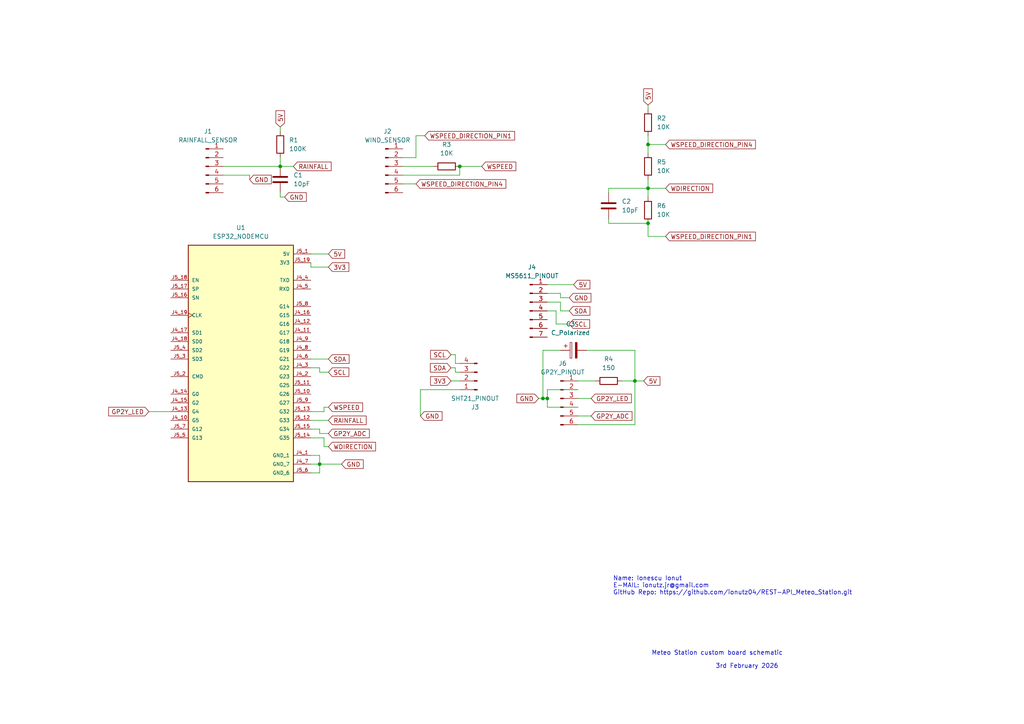
<source format=kicad_sch>
(kicad_sch (version 20250114) (generator "eeschema") (generator_version "9.0")
  (paper "A4")
  (lib_symbols
    (symbol "Connector:Conn_01x04_Pin" (pin_names (offset 1.016) (hide yes))
      (property "Reference" "J" (at 0 5.08 0))
      (property "Value" "Conn_01x04_Pin" (at 0 -7.62 0))
      (symbol "Conn_01x04_Pin_1_1"
        (rectangle (start 0.8636 2.667) (end 0 2.413) (stroke (width 0.1524)) (fill (type outline)))
        (rectangle (start 0.8636 0.127) (end 0 -0.127) (stroke (width 0.1524)) (fill (type outline)))
        (rectangle (start 0.8636 -2.413) (end 0 -2.667) (stroke (width 0.1524)) (fill (type outline)))
        (rectangle (start 0.8636 -4.953) (end 0 -5.207) (stroke (width 0.1524)) (fill (type outline)))
        (polyline (pts (xy 1.27 2.54) (xy 0.8636 2.54)) (stroke (width 0.1524)))
        (polyline (pts (xy 1.27 0) (xy 0.8636 0)) (stroke (width 0.1524)))
        (polyline (pts (xy 1.27 -2.54) (xy 0.8636 -2.54)) (stroke (width 0.1524)))
        (polyline (pts (xy 1.27 -5.08) (xy 0.8636 -5.08)) (stroke (width 0.1524)))
        (pin passive line (at 5.08 2.54 180) (length 3.81) (name "Pin_1") (number "1"))
        (pin passive line (at 5.08 0 180) (length 3.81) (name "Pin_2") (number "2"))
        (pin passive line (at 5.08 -2.54 180) (length 3.81) (name "Pin_3") (number "3"))
        (pin passive line (at 5.08 -5.08 180) (length 3.81) (name "Pin_4") (number "4"))
      )
    )
    (symbol "Connector:Conn_01x06_Pin" (pin_names (offset 1.016) (hide yes))
      (property "Reference" "J" (at 0 7.62 0))
      (property "Value" "Conn_01x06_Pin" (at 0 -10.16 0))
      (symbol "Conn_01x06_Pin_1_1"
        (rectangle (start 0.8636 5.207) (end 0 4.953) (stroke (width 0.1524)) (fill (type outline)))
        (rectangle (start 0.8636 2.667) (end 0 2.413) (stroke (width 0.1524)) (fill (type outline)))
        (rectangle (start 0.8636 0.127) (end 0 -0.127) (stroke (width 0.1524)) (fill (type outline)))
        (rectangle (start 0.8636 -2.413) (end 0 -2.667) (stroke (width 0.1524)) (fill (type outline)))
        (rectangle (start 0.8636 -4.953) (end 0 -5.207) (stroke (width 0.1524)) (fill (type outline)))
        (rectangle (start 0.8636 -7.493) (end 0 -7.747) (stroke (width 0.1524)) (fill (type outline)))
        (polyline (pts (xy 1.27 5.08) (xy 0.8636 5.08)) (stroke (width 0.1524)))
        (polyline (pts (xy 1.27 2.54) (xy 0.8636 2.54)) (stroke (width 0.1524)))
        (polyline (pts (xy 1.27 0) (xy 0.8636 0)) (stroke (width 0.1524)))
        (polyline (pts (xy 1.27 -2.54) (xy 0.8636 -2.54)) (stroke (width 0.1524)))
        (polyline (pts (xy 1.27 -5.08) (xy 0.8636 -5.08)) (stroke (width 0.1524)))
        (polyline (pts (xy 1.27 -7.62) (xy 0.8636 -7.62)) (stroke (width 0.1524)))
        (pin passive line (at 5.08 5.08 180) (length 3.81) (name "Pin_1") (number "1"))
        (pin passive line (at 5.08 2.54 180) (length 3.81) (name "Pin_2") (number "2"))
        (pin passive line (at 5.08 0 180) (length 3.81) (name "Pin_3") (number "3"))
        (pin passive line (at 5.08 -2.54 180) (length 3.81) (name "Pin_4") (number "4"))
        (pin passive line (at 5.08 -5.08 180) (length 3.81) (name "Pin_5") (number "5"))
        (pin passive line (at 5.08 -7.62 180) (length 3.81) (name "Pin_6") (number "6"))
      )
    )
    (symbol "Connector:Conn_01x07_Pin" (pin_names (offset 1.016) (hide yes))
      (property "Reference" "J" (at 0 10.16 0))
      (property "Value" "Conn_01x07_Pin" (at 0 -10.16 0))
      (symbol "Conn_01x07_Pin_1_1"
        (rectangle (start 0.8636 7.747) (end 0 7.493) (stroke (width 0.1524)) (fill (type outline)))
        (rectangle (start 0.8636 5.207) (end 0 4.953) (stroke (width 0.1524)) (fill (type outline)))
        (rectangle (start 0.8636 2.667) (end 0 2.413) (stroke (width 0.1524)) (fill (type outline)))
        (rectangle (start 0.8636 0.127) (end 0 -0.127) (stroke (width 0.1524)) (fill (type outline)))
        (rectangle (start 0.8636 -2.413) (end 0 -2.667) (stroke (width 0.1524)) (fill (type outline)))
        (rectangle (start 0.8636 -4.953) (end 0 -5.207) (stroke (width 0.1524)) (fill (type outline)))
        (rectangle (start 0.8636 -7.493) (end 0 -7.747) (stroke (width 0.1524)) (fill (type outline)))
        (polyline (pts (xy 1.27 7.62) (xy 0.8636 7.62)) (stroke (width 0.1524)))
        (polyline (pts (xy 1.27 5.08) (xy 0.8636 5.08)) (stroke (width 0.1524)))
        (polyline (pts (xy 1.27 2.54) (xy 0.8636 2.54)) (stroke (width 0.1524)))
        (polyline (pts (xy 1.27 0) (xy 0.8636 0)) (stroke (width 0.1524)))
        (polyline (pts (xy 1.27 -2.54) (xy 0.8636 -2.54)) (stroke (width 0.1524)))
        (polyline (pts (xy 1.27 -5.08) (xy 0.8636 -5.08)) (stroke (width 0.1524)))
        (polyline (pts (xy 1.27 -7.62) (xy 0.8636 -7.62)) (stroke (width 0.1524)))
        (pin passive line (at 5.08 7.62 180) (length 3.81) (name "Pin_1") (number "1"))
        (pin passive line (at 5.08 5.08 180) (length 3.81) (name "Pin_2") (number "2"))
        (pin passive line (at 5.08 2.54 180) (length 3.81) (name "Pin_3") (number "3"))
        (pin passive line (at 5.08 0 180) (length 3.81) (name "Pin_4") (number "4"))
        (pin passive line (at 5.08 -2.54 180) (length 3.81) (name "Pin_5") (number "5"))
        (pin passive line (at 5.08 -5.08 180) (length 3.81) (name "Pin_6") (number "6"))
        (pin passive line (at 5.08 -7.62 180) (length 3.81) (name "Pin_7") (number "7"))
      )
    )
    (symbol "Device:C" (pin_numbers (hide yes)) (pin_names (offset 0.254))
      (property "Reference" "C" (at 0.635 2.54 0))
      (property "Value" "C" (at 0.635 -2.54 0))
      (symbol "C_0_1"
        (polyline (pts (xy -2.032 0.762) (xy 2.032 0.762)) (stroke (width 0.508)))
        (polyline (pts (xy -2.032 -0.762) (xy 2.032 -0.762)) (stroke (width 0.508)))
      )
      (symbol "C_1_1"
        (pin passive line (at 0 3.81 270) (length 2.794) (name "~") (number "1"))
        (pin passive line (at 0 -3.81 90) (length 2.794) (name "~") (number "2"))
      )
    )
    (symbol "Device:C_Polarized" (pin_numbers (hide yes)) (pin_names (offset 0.254))
      (property "Reference" "C" (at 0.635 2.54 0))
      (property "Value" "C_Polarized" (at 0.635 -2.54 0))
      (symbol "C_Polarized_0_1"
        (rectangle (start -2.286 0.508) (end 2.286 1.016))
        (polyline (pts (xy -1.778 2.286) (xy -0.762 2.286)))
        (polyline (pts (xy -1.27 2.794) (xy -1.27 1.778)))
        (rectangle (start 2.286 -0.508) (end -2.286 -1.016) (fill (type outline)))
      )
      (symbol "C_Polarized_1_1"
        (pin passive line (at 0 3.81 270) (length 2.794) (name "~") (number "1"))
        (pin passive line (at 0 -3.81 90) (length 2.794) (name "~") (number "2"))
      )
    )
    (symbol "Device:R" (pin_numbers (hide yes)) (pin_names (offset 0))
      (property "Reference" "R" (at 2.032 0 90))
      (property "Value" "R" (at 0 0 90))
      (symbol "R_0_1"
        (rectangle (start -1.016 -2.54) (end 1.016 2.54) (stroke (width 0.254)))
      )
      (symbol "R_1_1"
        (pin passive line (at 0 3.81 270) (length 1.27) (name "~") (number "1"))
        (pin passive line (at 0 -3.81 90) (length 1.27) (name "~") (number "2"))
      )
    )
    (symbol "ESP32_NODEMCU:ESP32_NODEMCU" (pin_names (offset 1.016))
      (property "Reference" "U" (at -15.24 36.322 0))
      (property "Value" "ESP32_NODEMCU" (at -15.24 -35.56 0))
      (symbol "ESP32_NODEMCU_0_0"
        (rectangle (start -15.24 -33.02) (end 15.24 35.56) (stroke (width 0.254)) (fill (type background)))
        (pin input line (at -20.32 25.4 0) (length 5.08) (name "EN") (number "J5_18"))
        (pin input line (at -20.32 22.86 0) (length 5.08) (name "SP") (number "J5_17"))
        (pin input line (at -20.32 20.32 0) (length 5.08) (name "SN") (number "J5_16"))
        (pin input clock (at -20.32 15.24 0) (length 5.08) (name "CLK") (number "J4_19"))
        (pin bidirectional line (at -20.32 10.16 0) (length 5.08) (name "SD1") (number "J4_17"))
        (pin bidirectional line (at -20.32 7.62 0) (length 5.08) (name "SD0") (number "J4_18"))
        (pin bidirectional line (at -20.32 5.08 0) (length 5.08) (name "SD2") (number "J5_4"))
        (pin bidirectional line (at -20.32 2.54 0) (length 5.08) (name "SD3") (number "J5_3"))
        (pin bidirectional line (at -20.32 -2.54 0) (length 5.08) (name "CMD") (number "J5_2"))
        (pin bidirectional line (at -20.32 -7.62 0) (length 5.08) (name "G0") (number "J4_14"))
        (pin bidirectional line (at -20.32 -10.16 0) (length 5.08) (name "G2") (number "J4_15"))
        (pin bidirectional line (at -20.32 -12.7 0) (length 5.08) (name "G4") (number "J4_13"))
        (pin bidirectional line (at -20.32 -15.24 0) (length 5.08) (name "G5") (number "J4_10"))
        (pin bidirectional line (at -20.32 -17.78 0) (length 5.08) (name "G12") (number "J5_7"))
        (pin bidirectional line (at -20.32 -20.32 0) (length 5.08) (name "G13") (number "J5_5"))
        (pin power_in line (at 20.32 33.02 180) (length 5.08) (name "5V") (number "J5_1"))
        (pin power_in line (at 20.32 30.48 180) (length 5.08) (name "3V3") (number "J5_19"))
        (pin output line (at 20.32 25.4 180) (length 5.08) (name "TXD") (number "J4_4"))
        (pin input line (at 20.32 22.86 180) (length 5.08) (name "RXD") (number "J4_5"))
        (pin bidirectional line (at 20.32 17.78 180) (length 5.08) (name "G14") (number "J5_8"))
        (pin bidirectional line (at 20.32 15.24 180) (length 5.08) (name "G15") (number "J4_16"))
        (pin bidirectional line (at 20.32 12.7 180) (length 5.08) (name "G16") (number "J4_12"))
        (pin bidirectional line (at 20.32 10.16 180) (length 5.08) (name "G17") (number "J4_11"))
        (pin bidirectional line (at 20.32 7.62 180) (length 5.08) (name "G18") (number "J4_9"))
        (pin bidirectional line (at 20.32 5.08 180) (length 5.08) (name "G19") (number "J4_8"))
        (pin bidirectional line (at 20.32 2.54 180) (length 5.08) (name "G21") (number "J4_6"))
        (pin bidirectional line (at 20.32 0 180) (length 5.08) (name "G22") (number "J4_3"))
        (pin bidirectional line (at 20.32 -2.54 180) (length 5.08) (name "G23") (number "J4_2"))
        (pin bidirectional line (at 20.32 -5.08 180) (length 5.08) (name "G25") (number "J5_11"))
        (pin bidirectional line (at 20.32 -7.62 180) (length 5.08) (name "G26") (number "J5_10"))
        (pin bidirectional line (at 20.32 -10.16 180) (length 5.08) (name "G27") (number "J5_9"))
        (pin bidirectional line (at 20.32 -12.7 180) (length 5.08) (name "G32") (number "J5_13"))
        (pin bidirectional line (at 20.32 -15.24 180) (length 5.08) (name "G33") (number "J5_12"))
        (pin bidirectional line (at 20.32 -17.78 180) (length 5.08) (name "G34") (number "J5_15"))
        (pin bidirectional line (at 20.32 -20.32 180) (length 5.08) (name "G35") (number "J5_14"))
        (pin power_in line (at 20.32 -25.4 180) (length 5.08) (name "GND_1") (number "J4_1"))
        (pin power_in line (at 20.32 -27.94 180) (length 5.08) (name "GND_7") (number "J4_7"))
        (pin power_in line (at 20.32 -30.48 180) (length 5.08) (name "GND_6") (number "J5_6"))
      )
    )
  )
  (text "3rd February 2026" (at 216.662 193.294 0) (effects (font (size 1.27 1.27))))
  (text "Name: Ionescu Ionut\nE-MAIL: ionutz.jr@gmail.com\nGitHub Repo: https://github.com/ionutz04/REST-API_Meteo_Station.git" (at 177.8 169.926 0) (effects (font (size 1.27 1.27)) (justify left)))
  (text "Meteo Station custom board schematic" (at 208.026 189.484 0) (effects (font (size 1.27 1.27))))
  (junction (at 133.35 48.26))
  (junction (at 158.75 115.57))
  (junction (at 81.28 48.26))
  (junction (at 187.96 41.91))
  (junction (at 187.96 64.77))
  (junction (at 187.96 54.61))
  (junction (at 184.15 110.49))
  (junction (at 92.71 134.62))
  (junction (at 157.48 115.57))
  (wire (pts (xy 90.17 121.92) (xy 95.25 121.92)))
  (wire (pts (xy 187.96 54.61) (xy 193.04 54.61)))
  (wire (pts (xy 158.75 82.55) (xy 166.37 82.55)))
  (wire (pts (xy 92.71 134.62) (xy 90.17 134.62)))
  (wire (pts (xy 123.19 39.37) (xy 120.65 39.37)))
  (wire (pts (xy 93.98 119.38) (xy 90.17 119.38)))
  (wire (pts (xy 133.35 48.26) (xy 139.7 48.26)))
  (wire (pts (xy 120.65 45.72) (xy 116.84 45.72)))
  (wire (pts (xy 167.64 110.49) (xy 172.72 110.49)))
  (wire (pts (xy 187.96 39.37) (xy 187.96 41.91)))
  (wire (pts (xy 176.53 54.61) (xy 176.53 55.88)))
  (wire (pts (xy 158.75 87.63) (xy 162.56 87.63)))
  (wire (pts (xy 161.29 93.98) (xy 165.1 93.98)))
  (wire (pts (xy 93.98 118.11) (xy 93.98 119.38)))
  (wire (pts (xy 170.18 101.6) (xy 184.15 101.6)))
  (wire (pts (xy 193.04 41.91) (xy 187.96 41.91)))
  (wire (pts (xy 176.53 63.5) (xy 176.53 64.77)))
  (wire (pts (xy 92.71 137.16) (xy 92.71 134.62)))
  (wire (pts (xy 187.96 54.61) (xy 176.53 54.61)))
  (wire (pts (xy 133.35 110.49) (xy 130.81 110.49)))
  (wire (pts (xy 90.17 137.16) (xy 92.71 137.16)))
  (wire (pts (xy 187.96 64.77) (xy 187.96 68.58)))
  (wire (pts (xy 72.39 50.8) (xy 72.39 52.07)))
  (wire (pts (xy 156.21 115.57) (xy 157.48 115.57)))
  (wire (pts (xy 167.64 120.65) (xy 171.45 120.65)))
  (wire (pts (xy 92.71 107.95) (xy 95.25 107.95)))
  (wire (pts (xy 158.75 113.03) (xy 158.75 115.57)))
  (wire (pts (xy 64.77 50.8) (xy 72.39 50.8)))
  (wire (pts (xy 92.71 106.68) (xy 92.71 107.95)))
  (wire (pts (xy 133.35 105.41) (xy 132.08 105.41)))
  (wire (pts (xy 184.15 110.49) (xy 186.69 110.49)))
  (wire (pts (xy 116.84 53.34) (xy 120.65 53.34)))
  (wire (pts (xy 116.84 48.26) (xy 125.73 48.26)))
  (wire (pts (xy 90.17 73.66) (xy 95.25 73.66)))
  (wire (pts (xy 81.28 48.26) (xy 64.77 48.26)))
  (wire (pts (xy 184.15 101.6) (xy 184.15 110.49)))
  (wire (pts (xy 158.75 118.11) (xy 167.64 118.11)))
  (wire (pts (xy 93.98 129.54) (xy 95.25 129.54)))
  (wire (pts (xy 81.28 36.83) (xy 81.28 38.1)))
  (wire (pts (xy 187.96 52.07) (xy 187.96 54.61)))
  (wire (pts (xy 132.08 107.95) (xy 133.35 107.95)))
  (wire (pts (xy 158.75 85.09) (xy 162.56 85.09)))
  (wire (pts (xy 167.64 115.57) (xy 171.45 115.57)))
  (wire (pts (xy 162.56 90.17) (xy 165.1 90.17)))
  (wire (pts (xy 161.29 90.17) (xy 161.29 93.98)))
  (wire (pts (xy 93.98 127) (xy 90.17 127)))
  (wire (pts (xy 81.28 48.26) (xy 85.09 48.26)))
  (wire (pts (xy 184.15 110.49) (xy 184.15 123.19)))
  (wire (pts (xy 43.18 119.38) (xy 49.53 119.38)))
  (wire (pts (xy 162.56 87.63) (xy 162.56 90.17)))
  (wire (pts (xy 90.17 106.68) (xy 92.71 106.68)))
  (wire (pts (xy 90.17 77.47) (xy 90.17 76.2)))
  (wire (pts (xy 162.56 101.6) (xy 157.48 101.6)))
  (wire (pts (xy 132.08 102.87) (xy 130.81 102.87)))
  (wire (pts (xy 132.08 105.41) (xy 132.08 102.87)))
  (wire (pts (xy 133.35 113.03) (xy 121.92 113.03)))
  (wire (pts (xy 132.08 106.68) (xy 132.08 107.95)))
  (wire (pts (xy 130.81 106.68) (xy 132.08 106.68)))
  (wire (pts (xy 187.96 30.48) (xy 187.96 31.75)))
  (wire (pts (xy 92.71 134.62) (xy 99.06 134.62)))
  (wire (pts (xy 162.56 85.09) (xy 162.56 86.36)))
  (wire (pts (xy 157.48 115.57) (xy 158.75 115.57)))
  (wire (pts (xy 187.96 68.58) (xy 193.04 68.58)))
  (wire (pts (xy 90.17 132.08) (xy 92.71 132.08)))
  (wire (pts (xy 133.35 48.26) (xy 133.35 50.8)))
  (wire (pts (xy 176.53 64.77) (xy 187.96 64.77)))
  (wire (pts (xy 92.71 134.62) (xy 92.71 132.08)))
  (wire (pts (xy 121.92 113.03) (xy 121.92 120.65)))
  (wire (pts (xy 157.48 101.6) (xy 157.48 115.57)))
  (wire (pts (xy 95.25 77.47) (xy 90.17 77.47)))
  (wire (pts (xy 162.56 86.36) (xy 165.1 86.36)))
  (wire (pts (xy 93.98 118.11) (xy 95.25 118.11)))
  (wire (pts (xy 90.17 124.46) (xy 92.71 124.46)))
  (wire (pts (xy 95.25 104.14) (xy 90.17 104.14)))
  (wire (pts (xy 92.71 125.73) (xy 95.25 125.73)))
  (wire (pts (xy 187.96 54.61) (xy 187.96 57.15)))
  (wire (pts (xy 184.15 123.19) (xy 167.64 123.19)))
  (wire (pts (xy 92.71 124.46) (xy 92.71 125.73)))
  (wire (pts (xy 167.64 113.03) (xy 158.75 113.03)))
  (wire (pts (xy 81.28 45.72) (xy 81.28 48.26)))
  (wire (pts (xy 158.75 115.57) (xy 158.75 118.11)))
  (wire (pts (xy 93.98 129.54) (xy 93.98 127)))
  (wire (pts (xy 82.55 57.15) (xy 81.28 57.15)))
  (wire (pts (xy 180.34 110.49) (xy 184.15 110.49)))
  (wire (pts (xy 120.65 39.37) (xy 120.65 45.72)))
  (wire (pts (xy 133.35 50.8) (xy 116.84 50.8)))
  (wire (pts (xy 158.75 90.17) (xy 161.29 90.17)))
  (wire (pts (xy 187.96 41.91) (xy 187.96 44.45)))
  (wire (pts (xy 81.28 57.15) (xy 81.28 55.88)))
  (global_label "5V" (shape input) (at 186.69 110.49 0) (property "Intersheetrefs" "${INTERSHEET_REFS}" (effects (hide yes))))
  (global_label "5V" (shape input) (at 187.96 30.48 90) (property "Intersheetrefs" "${INTERSHEET_REFS}" (effects (hide yes))))
  (global_label "GND" (shape input) (at 72.39 52.07 0) (property "Intersheetrefs" "${INTERSHEET_REFS}" (effects (hide yes))))
  (global_label "RAINFALL" (shape input) (at 85.09 48.26 0) (property "Intersheetrefs" "${INTERSHEET_REFS}" (effects (hide yes))))
  (global_label "3V3" (shape input) (at 95.25 77.47 0) (property "Intersheetrefs" "${INTERSHEET_REFS}" (effects (hide yes))))
  (global_label "WSPEED_DIRECTION_PIN1" (shape input) (at 193.04 68.58 0) (property "Intersheetrefs" "${INTERSHEET_REFS}" (effects (hide yes))))
  (global_label "GND" (shape input) (at 99.06 134.62 0) (property "Intersheetrefs" "${INTERSHEET_REFS}" (effects (hide yes))))
  (global_label "GND" (shape input) (at 156.21 115.57 180) (property "Intersheetrefs" "${INTERSHEET_REFS}" (effects (hide yes))))
  (global_label "GND" (shape input) (at 121.92 120.65 0) (property "Intersheetrefs" "${INTERSHEET_REFS}" (effects (hide yes))))
  (global_label "GP2Y_ADC" (shape input) (at 95.25 125.73 0) (property "Intersheetrefs" "${INTERSHEET_REFS}" (effects (hide yes))))
  (global_label "WSPEED_DIRECTION_PIN4" (shape input) (at 120.65 53.34 0) (property "Intersheetrefs" "${INTERSHEET_REFS}" (effects (hide yes))))
  (global_label "WSPEED_DIRECTION_PIN1" (shape input) (at 123.19 39.37 0) (property "Intersheetrefs" "${INTERSHEET_REFS}" (effects (hide yes))))
  (global_label "WDIRECTION" (shape input) (at 193.04 54.61 0) (property "Intersheetrefs" "${INTERSHEET_REFS}" (effects (hide yes))))
  (global_label "SDA" (shape input) (at 95.25 104.14 0) (property "Intersheetrefs" "${INTERSHEET_REFS}" (effects (hide yes))))
  (global_label "WDIRECTION" (shape input) (at 95.25 129.54 0) (property "Intersheetrefs" "${INTERSHEET_REFS}" (effects (hide yes))))
  (global_label "SDA" (shape input) (at 130.81 106.68 180) (property "Intersheetrefs" "${INTERSHEET_REFS}" (effects (hide yes))))
  (global_label "GP2Y_ADC" (shape input) (at 171.45 120.65 0) (property "Intersheetrefs" "${INTERSHEET_REFS}" (effects (hide yes))))
  (global_label "SCL" (shape input) (at 165.1 93.98 0) (property "Intersheetrefs" "${INTERSHEET_REFS}" (effects (hide yes))))
  (global_label "GP2Y_LED" (shape input) (at 171.45 115.57 0) (property "Intersheetrefs" "${INTERSHEET_REFS}" (effects (hide yes))))
  (global_label "GND" (shape input) (at 165.1 86.36 0) (property "Intersheetrefs" "${INTERSHEET_REFS}" (effects (hide yes))))
  (global_label "SDA" (shape input) (at 165.1 90.17 0) (property "Intersheetrefs" "${INTERSHEET_REFS}" (effects (hide yes))))
  (global_label "GND" (shape input) (at 82.55 57.15 0) (property "Intersheetrefs" "${INTERSHEET_REFS}" (effects (hide yes))))
  (global_label "SCL" (shape input) (at 95.25 107.95 0) (property "Intersheetrefs" "${INTERSHEET_REFS}" (effects (hide yes))))
  (global_label "GP2Y_LED" (shape input) (at 43.18 119.38 180) (property "Intersheetrefs" "${INTERSHEET_REFS}" (effects (hide yes))))
  (global_label "SCL" (shape input) (at 130.81 102.87 180) (property "Intersheetrefs" "${INTERSHEET_REFS}" (effects (hide yes))))
  (global_label "5V" (shape input) (at 95.25 73.66 0) (property "Intersheetrefs" "${INTERSHEET_REFS}" (effects (hide yes))))
  (global_label "3V3" (shape input) (at 130.81 110.49 180) (property "Intersheetrefs" "${INTERSHEET_REFS}" (effects (hide yes))))
  (global_label "5V" (shape input) (at 81.28 36.83 90) (property "Intersheetrefs" "${INTERSHEET_REFS}" (effects (hide yes))))
  (global_label "RAINFALL" (shape input) (at 95.25 121.92 0) (property "Intersheetrefs" "${INTERSHEET_REFS}" (effects (hide yes))))
  (global_label "WSPEED_DIRECTION_PIN4" (shape input) (at 193.04 41.91 0) (property "Intersheetrefs" "${INTERSHEET_REFS}" (effects (hide yes))))
  (global_label "WSPEED" (shape input) (at 139.7 48.26 0) (property "Intersheetrefs" "${INTERSHEET_REFS}" (effects (hide yes))))
  (global_label "5V" (shape input) (at 166.37 82.55 0) (property "Intersheetrefs" "${INTERSHEET_REFS}" (effects (hide yes))))
  (global_label "WSPEED" (shape input) (at 95.25 118.11 0) (property "Intersheetrefs" "${INTERSHEET_REFS}" (effects (hide yes))))
  (symbol (lib_id "Connector:Conn_01x04_Pin") (at 138.43 110.49 180) (unit 1)
    (property "Reference" "J3" (at 137.795 118.11 0))
    (property "Value" "SHT21_PINOUT" (at 137.795 115.57 0))
    (property "Footprint" "Connector_PinHeader_2.54mm:PinHeader_1x04_P2.54mm_Vertical" (effects (hide yes)))
    (property "Description" "Generic connector, single row, 01x04, script generated" (effects (hide yes)))
  )
  (symbol (lib_id "Device:C_Polarized") (at 166.37 101.6 90) (mirror x) (unit 1)
    (property "Reference" "C3" (at 165.481 93.98 90))
    (property "Value" "C_Polarized" (at 165.481 96.52 90))
    (property "Footprint" "Capacitor_SMD:CP_Elec_3x5.3" (effects (hide yes)))
    (property "Description" "Polarized capacitor" (effects (hide yes)))
  )
  (symbol (lib_id "Device:R") (at 129.54 48.26 270) (unit 1)
    (property "Reference" "R3" (at 129.54 41.91 90))
    (property "Value" "10K" (at 129.54 44.45 90))
    (property "Footprint" "Resistor_SMD:R_1206_3216Metric_Pad1.30x1.75mm_HandSolder" (effects (hide yes)))
    (property "Description" "Resistor" (effects (hide yes)))
  )
  (symbol (lib_id "Device:C") (at 176.53 59.69 0) (unit 1)
    (property "Reference" "C2" (at 180.34 58.4199 0) (effects (justify left)))
    (property "Value" "10pF" (at 180.34 60.9599 0) (effects (justify left)))
    (property "Footprint" "Capacitor_SMD:C_1206_3216Metric_Pad1.33x1.80mm_HandSolder" (effects (hide yes)))
    (property "Description" "Unpolarized capacitor" (effects (hide yes)))
  )
  (symbol (lib_id "Connector:Conn_01x06_Pin") (at 111.76 48.26 0) (unit 1)
    (property "Reference" "J2" (at 112.395 38.1 0))
    (property "Value" "WIND_SENSOR" (at 112.395 40.64 0))
    (property "Footprint" "Connector_PinHeader_2.54mm:PinHeader_1x06_P2.54mm_Vertical" (effects (hide yes)))
    (property "Description" "Generic connector, single row, 01x06, script generated" (effects (hide yes)))
  )
  (symbol (lib_id "ESP32_NODEMCU:ESP32_NODEMCU") (at 69.85 106.68 0) (unit 1)
    (property "Reference" "U1" (at 69.85 66.04 0))
    (property "Value" "ESP32_NODEMCU" (at 69.85 68.58 0))
    (property "Footprint" "ESP32_NODEMCU:MODULE_ESP32_NODEMCU" (effects (hide yes)))
    (property "MF" "AZ Delivery" (effects (hide yes)))
    (property "MAXIMUM_PACKAGE_HEIGHT" "6.6 mm" (effects (hide yes)))
    (property "Package" "Package" (effects (hide yes)))
    (property "Price" "None" (effects (hide yes)))
    (property "Check_prices" "https://www.snapeda.com/parts/ESP32%20NODEMCU/AZ+Displays/view-part/?ref=eda" (effects (hide yes)))
    (property "STANDARD" "Manufacturer Recommendations" (effects (hide yes)))
    (property "SnapEDA_Link" "https://www.snapeda.com/parts/ESP32%20NODEMCU/AZ+Displays/view-part/?ref=snap" (effects (hide yes)))
    (property "MP" "ESP32 NODEMCU" (effects (hide yes)))
    (property "Description_1" "NodeMCU is an open source loT platform. ESP32 is a series of low cost, low power\nsystem-on-chip (SoC) microcontrollers with integrated Wi-Fi and dual-mode Bluetooth." (effects (hide yes)))
    (property "Availability" "Not in stock" (effects (hide yes)))
    (property "MANUFACTURER" "AZ Delivery" (effects (hide yes)))
  )
  (symbol (lib_id "Device:R") (at 187.96 35.56 180) (unit 1)
    (property "Reference" "R2" (at 190.5 34.2899 0) (effects (justify right)))
    (property "Value" "10K" (at 190.5 36.8299 0) (effects (justify right)))
    (property "Footprint" "Resistor_SMD:R_1206_3216Metric_Pad1.30x1.75mm_HandSolder" (effects (hide yes)))
    (property "Description" "Resistor" (effects (hide yes)))
  )
  (symbol (lib_id "Connector:Conn_01x07_Pin") (at 153.67 90.17 0) (unit 1)
    (property "Reference" "J4" (at 154.305 77.47 0))
    (property "Value" "MS5611_PINOUT" (at 154.305 80.01 0))
    (property "Footprint" "Connector_PinHeader_2.54mm:PinHeader_1x07_P2.54mm_Vertical" (effects (hide yes)))
    (property "Description" "Generic connector, single row, 01x07, script generated" (effects (hide yes)))
  )
  (symbol (lib_id "Connector:Conn_01x06_Pin") (at 162.56 115.57 0) (unit 1)
    (property "Reference" "J6" (at 163.195 105.41 0))
    (property "Value" "GP2Y_PINOUT" (at 163.195 107.95 0))
    (property "Footprint" "Connector_PinHeader_2.54mm:PinHeader_1x06_P2.54mm_Vertical" (effects (hide yes)))
    (property "Description" "Generic connector, single row, 01x06, script generated" (effects (hide yes)))
  )
  (symbol (lib_id "Device:R") (at 176.53 110.49 270) (unit 1)
    (property "Reference" "R4" (at 176.53 104.14 90))
    (property "Value" "150" (at 176.53 106.68 90))
    (property "Footprint" "Resistor_SMD:R_1206_3216Metric_Pad1.30x1.75mm_HandSolder" (effects (hide yes)))
    (property "Description" "Resistor" (effects (hide yes)))
  )
  (symbol (lib_id "Device:R") (at 187.96 48.26 0) (unit 1)
    (property "Reference" "R5" (at 190.5 46.9899 0) (effects (justify left)))
    (property "Value" "10K" (at 190.5 49.5299 0) (effects (justify left)))
    (property "Footprint" "Resistor_SMD:R_1206_3216Metric_Pad1.30x1.75mm_HandSolder" (effects (hide yes)))
    (property "Description" "Resistor" (effects (hide yes)))
  )
  (symbol (lib_id "Device:R") (at 81.28 41.91 0) (unit 1)
    (property "Reference" "R1" (at 83.82 40.6399 0) (effects (justify left)))
    (property "Value" "100K" (at 83.82 43.1799 0) (effects (justify left)))
    (property "Footprint" "Resistor_SMD:R_1206_3216Metric_Pad1.30x1.75mm_HandSolder" (effects (hide yes)))
    (property "Description" "Resistor" (effects (hide yes)))
  )
  (symbol (lib_id "Device:R") (at 187.96 60.96 0) (unit 1)
    (property "Reference" "R6" (at 190.5 59.6899 0) (effects (justify left)))
    (property "Value" "10K" (at 190.5 62.2299 0) (effects (justify left)))
    (property "Footprint" "Resistor_SMD:R_1206_3216Metric_Pad1.30x1.75mm_HandSolder" (effects (hide yes)))
    (property "Description" "Resistor" (effects (hide yes)))
  )
  (symbol (lib_id "Device:C") (at 81.28 52.07 0) (unit 1)
    (property "Reference" "C1" (at 85.09 50.7999 0) (effects (justify left)))
    (property "Value" "10pF" (at 85.09 53.3399 0) (effects (justify left)))
    (property "Footprint" "Capacitor_SMD:C_1206_3216Metric_Pad1.33x1.80mm_HandSolder" (effects (hide yes)))
    (property "Description" "Unpolarized capacitor" (effects (hide yes)))
  )
  (symbol (lib_id "Connector:Conn_01x06_Pin") (at 59.69 48.26 0) (unit 1)
    (property "Reference" "J1" (at 60.325 38.1 0))
    (property "Value" "RAINFALL_SENSOR" (at 60.325 40.64 0))
    (property "Footprint" "Connector_PinHeader_2.54mm:PinHeader_1x06_P2.54mm_Vertical" (effects (hide yes)))
    (property "Description" "Generic connector, single row, 01x06, script generated" (effects (hide yes)))
  )
)
</source>
